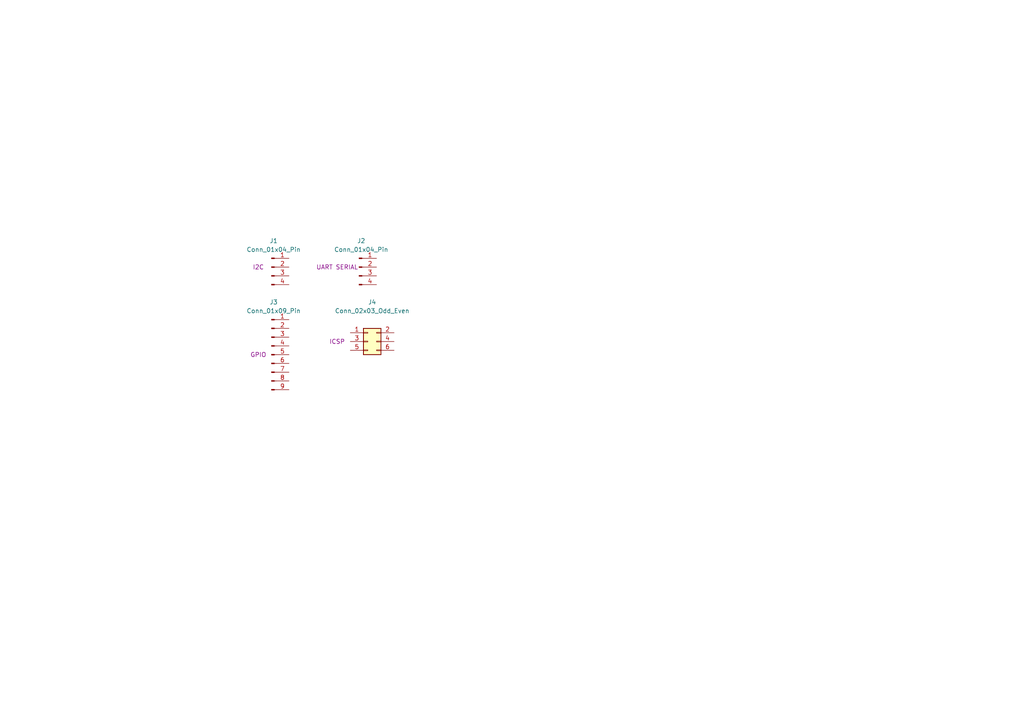
<source format=kicad_sch>
(kicad_sch (version 20250114) (generator "eeschema") (generator_version "9.0")
  (paper "A4")
  (title_block (title "Connectors") (date "2026-01-29") (rev "1"))
  (lib_symbols
    (symbol "Connector:Conn_01x04_Pin" (pin_names (offset 1.016) (hide yes))
      (property "Reference" "J" (at 0 5.08 0))
      (property "Value" "Conn_01x04_Pin" (at 0 -7.62 0))
      (symbol "Conn_01x04_Pin_1_1"
        (rectangle (start 0.8636 2.667) (end 0 2.413) (stroke (width 0.1524)) (fill (type outline)))
        (rectangle (start 0.8636 0.127) (end 0 -0.127) (stroke (width 0.1524)) (fill (type outline)))
        (rectangle (start 0.8636 -2.413) (end 0 -2.667) (stroke (width 0.1524)) (fill (type outline)))
        (rectangle (start 0.8636 -4.953) (end 0 -5.207) (stroke (width 0.1524)) (fill (type outline)))
        (polyline (pts (xy 1.27 2.54) (xy 0.8636 2.54)) (stroke (width 0.1524)))
        (polyline (pts (xy 1.27 0) (xy 0.8636 0)) (stroke (width 0.1524)))
        (polyline (pts (xy 1.27 -2.54) (xy 0.8636 -2.54)) (stroke (width 0.1524)))
        (polyline (pts (xy 1.27 -5.08) (xy 0.8636 -5.08)) (stroke (width 0.1524)))
        (pin passive line (at 5.08 2.54 180) (length 3.81) (name "Pin_1") (number "1"))
        (pin passive line (at 5.08 0 180) (length 3.81) (name "Pin_2") (number "2"))
        (pin passive line (at 5.08 -2.54 180) (length 3.81) (name "Pin_3") (number "3"))
        (pin passive line (at 5.08 -5.08 180) (length 3.81) (name "Pin_4") (number "4"))
      )
    )
    (symbol "Connector:Conn_01x09_Pin" (pin_names (offset 1.016) (hide yes))
      (property "Reference" "J" (at 0 12.7 0))
      (property "Value" "Conn_01x09_Pin" (at 0 -12.7 0))
      (symbol "Conn_01x09_Pin_1_1"
        (rectangle (start 0.8636 10.287) (end 0 10.033) (stroke (width 0.1524)) (fill (type outline)))
        (rectangle (start 0.8636 7.747) (end 0 7.493) (stroke (width 0.1524)) (fill (type outline)))
        (rectangle (start 0.8636 5.207) (end 0 4.953) (stroke (width 0.1524)) (fill (type outline)))
        (rectangle (start 0.8636 2.667) (end 0 2.413) (stroke (width 0.1524)) (fill (type outline)))
        (rectangle (start 0.8636 0.127) (end 0 -0.127) (stroke (width 0.1524)) (fill (type outline)))
        (rectangle (start 0.8636 -2.413) (end 0 -2.667) (stroke (width 0.1524)) (fill (type outline)))
        (rectangle (start 0.8636 -4.953) (end 0 -5.207) (stroke (width 0.1524)) (fill (type outline)))
        (rectangle (start 0.8636 -7.493) (end 0 -7.747) (stroke (width 0.1524)) (fill (type outline)))
        (rectangle (start 0.8636 -10.033) (end 0 -10.287) (stroke (width 0.1524)) (fill (type outline)))
        (polyline (pts (xy 1.27 10.16) (xy 0.8636 10.16)) (stroke (width 0.1524)))
        (polyline (pts (xy 1.27 7.62) (xy 0.8636 7.62)) (stroke (width 0.1524)))
        (polyline (pts (xy 1.27 5.08) (xy 0.8636 5.08)) (stroke (width 0.1524)))
        (polyline (pts (xy 1.27 2.54) (xy 0.8636 2.54)) (stroke (width 0.1524)))
        (polyline (pts (xy 1.27 0) (xy 0.8636 0)) (stroke (width 0.1524)))
        (polyline (pts (xy 1.27 -2.54) (xy 0.8636 -2.54)) (stroke (width 0.1524)))
        (polyline (pts (xy 1.27 -5.08) (xy 0.8636 -5.08)) (stroke (width 0.1524)))
        (polyline (pts (xy 1.27 -7.62) (xy 0.8636 -7.62)) (stroke (width 0.1524)))
        (polyline (pts (xy 1.27 -10.16) (xy 0.8636 -10.16)) (stroke (width 0.1524)))
        (pin passive line (at 5.08 10.16 180) (length 3.81) (name "Pin_1") (number "1"))
        (pin passive line (at 5.08 7.62 180) (length 3.81) (name "Pin_2") (number "2"))
        (pin passive line (at 5.08 5.08 180) (length 3.81) (name "Pin_3") (number "3"))
        (pin passive line (at 5.08 2.54 180) (length 3.81) (name "Pin_4") (number "4"))
        (pin passive line (at 5.08 0 180) (length 3.81) (name "Pin_5") (number "5"))
        (pin passive line (at 5.08 -2.54 180) (length 3.81) (name "Pin_6") (number "6"))
        (pin passive line (at 5.08 -5.08 180) (length 3.81) (name "Pin_7") (number "7"))
        (pin passive line (at 5.08 -7.62 180) (length 3.81) (name "Pin_8") (number "8"))
        (pin passive line (at 5.08 -10.16 180) (length 3.81) (name "Pin_9") (number "9"))
      )
    )
    (symbol "Connector_Generic:Conn_02x03_Odd_Even" (pin_names (offset 1.016) (hide yes))
      (property "Reference" "J" (at 1.27 5.08 0))
      (property "Value" "Conn_02x03_Odd_Even" (at 1.27 -5.08 0))
      (symbol "Conn_02x03_Odd_Even_1_1"
        (rectangle (start -1.27 3.81) (end 3.81 -3.81) (stroke (width 0.254)) (fill (type background)))
        (rectangle (start -1.27 2.667) (end 0 2.413) (stroke (width 0.1524)))
        (rectangle (start -1.27 0.127) (end 0 -0.127) (stroke (width 0.1524)))
        (rectangle (start -1.27 -2.413) (end 0 -2.667) (stroke (width 0.1524)))
        (rectangle (start 3.81 2.667) (end 2.54 2.413) (stroke (width 0.1524)))
        (rectangle (start 3.81 0.127) (end 2.54 -0.127) (stroke (width 0.1524)))
        (rectangle (start 3.81 -2.413) (end 2.54 -2.667) (stroke (width 0.1524)))
        (pin passive line (at -5.08 2.54 0) (length 3.81) (name "Pin_1") (number "1"))
        (pin passive line (at -5.08 0 0) (length 3.81) (name "Pin_3") (number "3"))
        (pin passive line (at -5.08 -2.54 0) (length 3.81) (name "Pin_5") (number "5"))
        (pin passive line (at 7.62 2.54 180) (length 3.81) (name "Pin_2") (number "2"))
        (pin passive line (at 7.62 0 180) (length 3.81) (name "Pin_4") (number "4"))
        (pin passive line (at 7.62 -2.54 180) (length 3.81) (name "Pin_6") (number "6"))
      )
    )
  )
  (symbol (lib_id "Connector:Conn_01x04_Pin") (at 104.14 77.47 0) (unit 1)
    (property "Reference" "J2" (at 104.775 69.85 0))
    (property "Value" "Conn_01x04_Pin" (at 104.775 72.39 0))
    (property "Description" "Generic connector, single row, 01x04, script generated" (effects (hide yes)))
    (property "Purpose" "UART SERIAL" (at 97.79 77.47 0))
  )
  (symbol (lib_id "Connector_Generic:Conn_02x03_Odd_Even") (at 106.68 99.06 0) (unit 1)
    (property "Reference" "J4" (at 107.95 87.63 0))
    (property "Value" "Conn_02x03_Odd_Even" (at 107.95 90.17 0))
    (property "Description" "Generic connector, double row, 02x03, odd/even pin numbering scheme (row 1 odd numbers, row 2 even numbers), script generated (kicad-library-utils/schlib/autogen/connector/)" (effects (hide yes)))
    (property "Purpose" "ICSP" (at 97.79 99.06 0))
  )
  (symbol (lib_id "Connector:Conn_01x09_Pin") (at 78.74 102.87 0) (unit 1)
    (property "Reference" "J3" (at 79.375 87.63 0))
    (property "Value" "Conn_01x09_Pin" (at 79.375 90.17 0))
    (property "Description" "Generic connector, single row, 01x09, script generated" (effects (hide yes)))
    (property "Purpose" "GPIO" (at 74.93 102.87 0))
  )
  (symbol (lib_id "Connector:Conn_01x04_Pin") (at 78.74 77.47 0) (unit 1)
    (property "Reference" "J1" (at 79.375 69.85 0))
    (property "Value" "Conn_01x04_Pin" (at 79.375 72.39 0))
    (property "Description" "Generic connector, single row, 01x04, script generated" (effects (hide yes)))
    (property "Purpose" "I2C" (at 74.93 77.47 0))
  )
)
</source>
